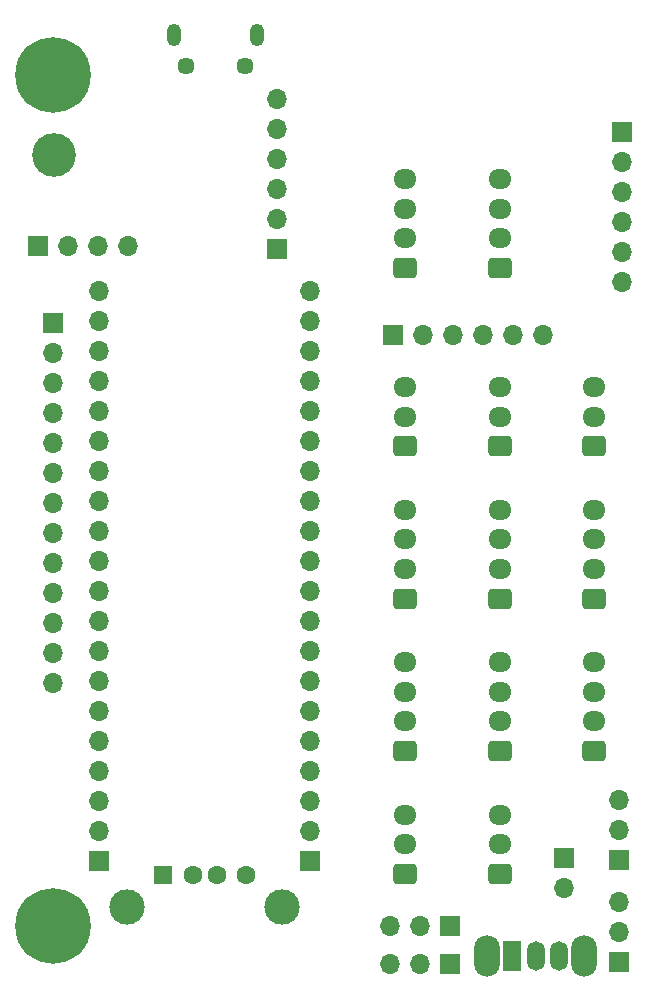
<source format=gbr>
%TF.GenerationSoftware,KiCad,Pcbnew,6.0.11-2627ca5db0~126~ubuntu20.04.1*%
%TF.CreationDate,2023-03-20T13:17:59+01:00*%
%TF.ProjectId,mirte_combination,6d697274-655f-4636-9f6d-62696e617469,rev?*%
%TF.SameCoordinates,Original*%
%TF.FileFunction,Soldermask,Bot*%
%TF.FilePolarity,Negative*%
%FSLAX46Y46*%
G04 Gerber Fmt 4.6, Leading zero omitted, Abs format (unit mm)*
G04 Created by KiCad (PCBNEW 6.0.11-2627ca5db0~126~ubuntu20.04.1) date 2023-03-20 13:17:59*
%MOMM*%
%LPD*%
G01*
G04 APERTURE LIST*
G04 Aperture macros list*
%AMRoundRect*
0 Rectangle with rounded corners*
0 $1 Rounding radius*
0 $2 $3 $4 $5 $6 $7 $8 $9 X,Y pos of 4 corners*
0 Add a 4 corners polygon primitive as box body*
4,1,4,$2,$3,$4,$5,$6,$7,$8,$9,$2,$3,0*
0 Add four circle primitives for the rounded corners*
1,1,$1+$1,$2,$3*
1,1,$1+$1,$4,$5*
1,1,$1+$1,$6,$7*
1,1,$1+$1,$8,$9*
0 Add four rect primitives between the rounded corners*
20,1,$1+$1,$2,$3,$4,$5,0*
20,1,$1+$1,$4,$5,$6,$7,0*
20,1,$1+$1,$6,$7,$8,$9,0*
20,1,$1+$1,$8,$9,$2,$3,0*%
G04 Aperture macros list end*
%ADD10RoundRect,0.250000X0.725000X-0.600000X0.725000X0.600000X-0.725000X0.600000X-0.725000X-0.600000X0*%
%ADD11O,1.950000X1.700000*%
%ADD12C,6.400000*%
%ADD13R,1.700000X1.700000*%
%ADD14O,1.700000X1.700000*%
%ADD15C,3.700000*%
%ADD16O,2.200000X3.500000*%
%ADD17R,1.500000X2.500000*%
%ADD18O,1.500000X2.500000*%
%ADD19C,1.450000*%
%ADD20O,1.200000X1.900000*%
%ADD21R,1.600000X1.500000*%
%ADD22C,1.600000*%
%ADD23C,3.000000*%
G04 APERTURE END LIST*
D10*
%TO.C,J9*%
X134800000Y-122600000D03*
D11*
X134800000Y-120100000D03*
X134800000Y-117600000D03*
%TD*%
D12*
%TO.C,REF\u002A\u002A*%
X105000000Y-127000000D03*
%TD*%
D13*
%TO.C,J4*%
X108871000Y-121500000D03*
D14*
X108871000Y-118960000D03*
X108871000Y-116420000D03*
X108871000Y-113880000D03*
X108871000Y-111340000D03*
X108871000Y-108800000D03*
X108871000Y-106260000D03*
X108871000Y-103720000D03*
X108871000Y-101180000D03*
X108871000Y-98640000D03*
X108871000Y-96100000D03*
X108871000Y-93560000D03*
X108871000Y-91020000D03*
X108871000Y-88480000D03*
X108871000Y-85940000D03*
X108871000Y-83400000D03*
X108871000Y-80860000D03*
X108871000Y-78320000D03*
X108871000Y-75780000D03*
X108871000Y-73240000D03*
%TD*%
D13*
%TO.C,J1*%
X138575000Y-127050000D03*
D14*
X136035000Y-127050000D03*
X133495000Y-127050000D03*
%TD*%
D10*
%TO.C,J14*%
X142800000Y-112200000D03*
D11*
X142800000Y-109700000D03*
X142800000Y-107200000D03*
X142800000Y-104700000D03*
%TD*%
D10*
%TO.C,J10*%
X142800000Y-99300000D03*
D11*
X142800000Y-96800000D03*
X142800000Y-94300000D03*
X142800000Y-91800000D03*
%TD*%
D10*
%TO.C,J12*%
X134800000Y-86400000D03*
D11*
X134800000Y-83900000D03*
X134800000Y-81400000D03*
%TD*%
D10*
%TO.C,J24*%
X142800000Y-71304000D03*
D11*
X142800000Y-68804000D03*
X142800000Y-66304000D03*
X142800000Y-63804000D03*
%TD*%
D13*
%TO.C,J18*%
X153170000Y-59820000D03*
D14*
X153170000Y-62360000D03*
X153170000Y-64900000D03*
X153170000Y-67440000D03*
X153170000Y-69980000D03*
X153170000Y-72520000D03*
%TD*%
D13*
%TO.C,J19*%
X152925000Y-121450000D03*
D14*
X152925000Y-118910000D03*
X152925000Y-116370000D03*
%TD*%
D13*
%TO.C,J2*%
X126701400Y-121500000D03*
D14*
X126701400Y-118960000D03*
X126701400Y-116420000D03*
X126701400Y-113880000D03*
X126701400Y-111340000D03*
X126701400Y-108800000D03*
X126701400Y-106260000D03*
X126701400Y-103720000D03*
X126701400Y-101180000D03*
X126701400Y-98640000D03*
X126701400Y-96100000D03*
X126701400Y-93560000D03*
X126701400Y-91020000D03*
X126701400Y-88480000D03*
X126701400Y-85940000D03*
X126701400Y-83400000D03*
X126701400Y-80860000D03*
X126701400Y-78320000D03*
X126701400Y-75780000D03*
X126701400Y-73240000D03*
%TD*%
D10*
%TO.C,J21*%
X142800000Y-122600000D03*
D11*
X142800000Y-120100000D03*
X142800000Y-117600000D03*
%TD*%
D10*
%TO.C,J7*%
X150800000Y-86400000D03*
D11*
X150800000Y-83900000D03*
X150800000Y-81400000D03*
%TD*%
D13*
%TO.C,J3*%
X138575000Y-130225000D03*
D14*
X136035000Y-130225000D03*
X133495000Y-130225000D03*
%TD*%
D10*
%TO.C,J25*%
X134800000Y-112200000D03*
D11*
X134800000Y-109700000D03*
X134800000Y-107200000D03*
X134800000Y-104700000D03*
%TD*%
D10*
%TO.C,J23*%
X134800000Y-71314000D03*
D11*
X134800000Y-68814000D03*
X134800000Y-66314000D03*
X134800000Y-63814000D03*
%TD*%
D10*
%TO.C,J28*%
X150800000Y-112200000D03*
D11*
X150800000Y-109700000D03*
X150800000Y-107200000D03*
X150800000Y-104700000D03*
%TD*%
D13*
%TO.C,J37*%
X148250000Y-121250000D03*
D14*
X148250000Y-123790000D03*
%TD*%
D10*
%TO.C,J30*%
X150800000Y-99300000D03*
D11*
X150800000Y-96800000D03*
X150800000Y-94300000D03*
X150800000Y-91800000D03*
%TD*%
D13*
%TO.C,J11*%
X105000000Y-76000000D03*
D14*
X105000000Y-78540000D03*
X105000000Y-81080000D03*
X105000000Y-83620000D03*
X105000000Y-86160000D03*
X105000000Y-88700000D03*
X105000000Y-91240000D03*
X105000000Y-93780000D03*
X105000000Y-96320000D03*
X105000000Y-98860000D03*
X105000000Y-101400000D03*
X105000000Y-103940000D03*
X105000000Y-106480000D03*
%TD*%
D10*
%TO.C,J26*%
X142800000Y-86400000D03*
D11*
X142800000Y-83900000D03*
X142800000Y-81400000D03*
%TD*%
D15*
%TO.C,REF\u002A\u002A*%
X105100000Y-61770000D03*
%TD*%
D16*
%TO.C,SW1*%
X141750000Y-129525000D03*
X149950000Y-129525000D03*
D17*
X143850000Y-129525000D03*
D18*
X145850000Y-129525000D03*
X147850000Y-129525000D03*
%TD*%
D13*
%TO.C,J17*%
X133800000Y-77000000D03*
D14*
X136340000Y-77000000D03*
X138880000Y-77000000D03*
X141420000Y-77000000D03*
X143960000Y-77000000D03*
X146500000Y-77000000D03*
%TD*%
D19*
%TO.C,J34*%
X116250000Y-54250000D03*
X121250000Y-54250000D03*
D20*
X122250000Y-51550000D03*
X115250000Y-51550000D03*
%TD*%
D21*
%TO.C,J35*%
X114330000Y-122750000D03*
D22*
X116830000Y-122750000D03*
X118830000Y-122750000D03*
X121330000Y-122750000D03*
D23*
X124400000Y-125460000D03*
X111260000Y-125460000D03*
%TD*%
D12*
%TO.C,REF\u002A\u002A*%
X105000000Y-55000000D03*
%TD*%
D10*
%TO.C,J20*%
X134800000Y-99300000D03*
D11*
X134800000Y-96800000D03*
X134800000Y-94300000D03*
X134800000Y-91800000D03*
%TD*%
D13*
%TO.C,J8*%
X123925000Y-69721400D03*
D14*
X123925000Y-67181400D03*
X123925000Y-64641400D03*
X123925000Y-62101400D03*
X123925000Y-59561400D03*
X123925000Y-57021400D03*
%TD*%
D13*
%TO.C,J33*%
X103700000Y-69475000D03*
D14*
X106240000Y-69475000D03*
X108780000Y-69475000D03*
X111320000Y-69475000D03*
%TD*%
D13*
%TO.C,J27*%
X152925000Y-130100000D03*
D14*
X152925000Y-127560000D03*
X152925000Y-125020000D03*
%TD*%
M02*

</source>
